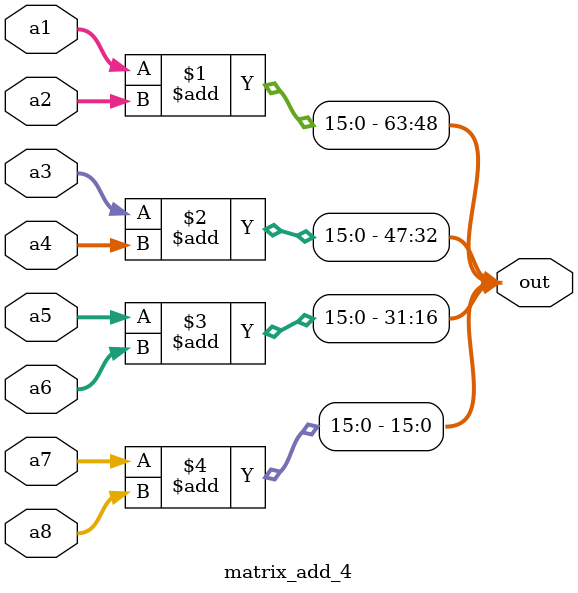
<source format=v>
module matrix_add_4(a1, a2, a3, a4, a5, a6, a7, a8, out);
 input [15:0] a1;
 input [15:0] a2;
 input [15:0] a3;
 input [15:0] a4;
 input [15:0] a5;
 input [15:0] a6;
 input [15:0] a7;
 input [15:0] a8;
 output [63:0] out;

 assign out[63:48] = a1 + a2;
 assign out[47:32] = a3 + a4;
 assign out[31:16] = a5 + a6;
 assign out[15:0] = a7 + a8; 
 
endmodule

</source>
